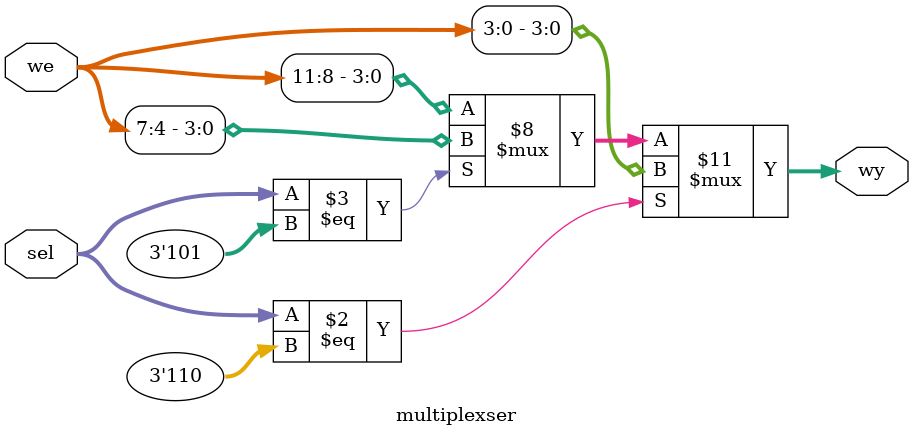
<source format=v>

module multiplexser(sel,we,wy);
input  [2:0] sel;
input [11:0] we;
output reg [3:0] wy;

always @(sel or we)

	if(sel==3'b110)
	wy <= we[3:0];
	else if(sel==3'b101)
	wy <= we[7:4];
	else if(sel==3'b011)
	wy <= we[11:8];
	 else wy <= we[11:8];
endmodule

</source>
